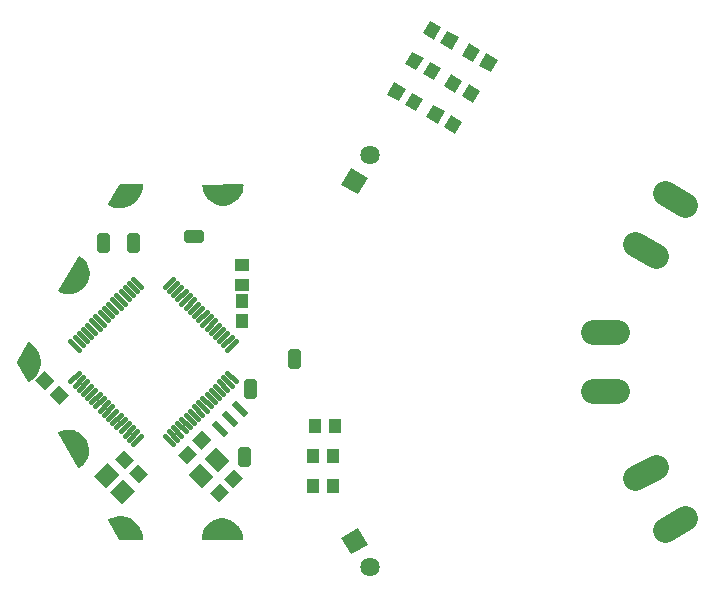
<source format=gbr>
G04 EAGLE Gerber RS-274X export*
G75*
%MOMM*%
%FSLAX34Y34*%
%LPD*%
%INSoldermask Bottom*%
%IPPOS*%
%AMOC8*
5,1,8,0,0,1.08239X$1,22.5*%
G01*
%ADD10R,1.201600X1.101600*%
%ADD11R,1.401600X1.601600*%
%ADD12R,1.501597X0.501600*%
%ADD13R,1.101600X1.201600*%
%ADD14C,0.605878*%
%ADD15C,0.401600*%
%ADD16C,2.082800*%
%ADD17R,1.631600X1.631600*%
%ADD18C,1.631600*%
%ADD19C,1.101600*%

G36*
X-351318Y131772D02*
X-351318Y131772D01*
X-351284Y131779D01*
X-351236Y131779D01*
X-348470Y132243D01*
X-348438Y132255D01*
X-348390Y132263D01*
X-345738Y133175D01*
X-345708Y133193D01*
X-345663Y133208D01*
X-343197Y134545D01*
X-343171Y134567D01*
X-343128Y134590D01*
X-340916Y136314D01*
X-340894Y136340D01*
X-340856Y136370D01*
X-338957Y138434D01*
X-338939Y138464D01*
X-338907Y138500D01*
X-337375Y140848D01*
X-337362Y140881D01*
X-337335Y140921D01*
X-336210Y143490D01*
X-336203Y143524D01*
X-336184Y143568D01*
X-335497Y146287D01*
X-335495Y146322D01*
X-335484Y146368D01*
X-335254Y149164D01*
X-335257Y149192D01*
X-335252Y149221D01*
X-335269Y149290D01*
X-335277Y149361D01*
X-335292Y149386D01*
X-335299Y149415D01*
X-335341Y149472D01*
X-335376Y149534D01*
X-335399Y149551D01*
X-335417Y149575D01*
X-335478Y149611D01*
X-335534Y149654D01*
X-335563Y149661D01*
X-335588Y149676D01*
X-335686Y149693D01*
X-335727Y149703D01*
X-335738Y149701D01*
X-335752Y149704D01*
X-369713Y149681D01*
X-369741Y149675D01*
X-369771Y149678D01*
X-369838Y149656D01*
X-369908Y149642D01*
X-369932Y149625D01*
X-369959Y149616D01*
X-370013Y149569D01*
X-370072Y149529D01*
X-370087Y149504D01*
X-370109Y149485D01*
X-370140Y149421D01*
X-370178Y149361D01*
X-370183Y149333D01*
X-370196Y149306D01*
X-370204Y149207D01*
X-370211Y149165D01*
X-370209Y149154D01*
X-370210Y149140D01*
X-369977Y146346D01*
X-369967Y146312D01*
X-369963Y146264D01*
X-369273Y143546D01*
X-369258Y143515D01*
X-369246Y143468D01*
X-368118Y140901D01*
X-368098Y140872D01*
X-368078Y140828D01*
X-366543Y138481D01*
X-366518Y138457D01*
X-366492Y138416D01*
X-364591Y136354D01*
X-364563Y136334D01*
X-364531Y136298D01*
X-362316Y134577D01*
X-362285Y134562D01*
X-362247Y134532D01*
X-359780Y133199D01*
X-359747Y133189D01*
X-359704Y133166D01*
X-357051Y132257D01*
X-357017Y132253D01*
X-356971Y132237D01*
X-354205Y131777D01*
X-354170Y131778D01*
X-354123Y131770D01*
X-351318Y131772D01*
G37*
G36*
X-475056Y-90465D02*
X-475056Y-90465D01*
X-474985Y-90468D01*
X-474957Y-90458D01*
X-474928Y-90456D01*
X-474838Y-90414D01*
X-474798Y-90399D01*
X-474790Y-90391D01*
X-474778Y-90385D01*
X-472474Y-88786D01*
X-472450Y-88761D01*
X-472411Y-88733D01*
X-470402Y-86776D01*
X-470382Y-86747D01*
X-470348Y-86714D01*
X-468688Y-84453D01*
X-468674Y-84422D01*
X-468645Y-84383D01*
X-467380Y-81880D01*
X-467371Y-81846D01*
X-467349Y-81803D01*
X-466514Y-79126D01*
X-466510Y-79092D01*
X-466496Y-79046D01*
X-466113Y-76267D01*
X-466115Y-76233D01*
X-466108Y-76185D01*
X-466187Y-73382D01*
X-466195Y-73348D01*
X-466196Y-73300D01*
X-466736Y-70548D01*
X-466749Y-70516D01*
X-466758Y-70468D01*
X-467743Y-67843D01*
X-467759Y-67818D01*
X-467764Y-67798D01*
X-467771Y-67788D01*
X-467779Y-67768D01*
X-469182Y-65340D01*
X-469205Y-65314D01*
X-469229Y-65273D01*
X-471014Y-63109D01*
X-471041Y-63087D01*
X-471071Y-63050D01*
X-473187Y-61209D01*
X-473218Y-61192D01*
X-473254Y-61161D01*
X-475644Y-59693D01*
X-475677Y-59682D01*
X-475718Y-59656D01*
X-478317Y-58603D01*
X-478351Y-58596D01*
X-478395Y-58578D01*
X-481132Y-57967D01*
X-481167Y-57966D01*
X-481214Y-57955D01*
X-484014Y-57803D01*
X-484049Y-57808D01*
X-484097Y-57805D01*
X-486884Y-58115D01*
X-486917Y-58126D01*
X-486965Y-58131D01*
X-489663Y-58896D01*
X-489694Y-58912D01*
X-489740Y-58925D01*
X-492276Y-60124D01*
X-492299Y-60141D01*
X-492327Y-60151D01*
X-492378Y-60200D01*
X-492435Y-60243D01*
X-492450Y-60268D01*
X-492471Y-60288D01*
X-492499Y-60353D01*
X-492535Y-60415D01*
X-492539Y-60443D01*
X-492551Y-60470D01*
X-492551Y-60541D01*
X-492560Y-60612D01*
X-492553Y-60640D01*
X-492553Y-60669D01*
X-492518Y-60762D01*
X-492507Y-60803D01*
X-492500Y-60812D01*
X-492495Y-60825D01*
X-475495Y-90225D01*
X-475475Y-90247D01*
X-475463Y-90273D01*
X-475410Y-90321D01*
X-475363Y-90374D01*
X-475337Y-90386D01*
X-475315Y-90406D01*
X-475247Y-90429D01*
X-475183Y-90459D01*
X-475154Y-90461D01*
X-475127Y-90470D01*
X-475056Y-90465D01*
G37*
G36*
X-480814Y56905D02*
X-480814Y56905D01*
X-480781Y56914D01*
X-480732Y56917D01*
X-477995Y57528D01*
X-477964Y57542D01*
X-477917Y57553D01*
X-475318Y58606D01*
X-475289Y58625D01*
X-475244Y58643D01*
X-472854Y60111D01*
X-472828Y60134D01*
X-472787Y60159D01*
X-470671Y62000D01*
X-470650Y62027D01*
X-470614Y62059D01*
X-468829Y64223D01*
X-468813Y64253D01*
X-468782Y64290D01*
X-467379Y66718D01*
X-467368Y66751D01*
X-467343Y66793D01*
X-466358Y69418D01*
X-466353Y69453D01*
X-466336Y69498D01*
X-465796Y72250D01*
X-465797Y72285D01*
X-465787Y72332D01*
X-465708Y75135D01*
X-465714Y75169D01*
X-465713Y75217D01*
X-466096Y77996D01*
X-466107Y78028D01*
X-466114Y78076D01*
X-466949Y80753D01*
X-466966Y80784D01*
X-466980Y80830D01*
X-468245Y83333D01*
X-468266Y83360D01*
X-468288Y83403D01*
X-469948Y85664D01*
X-469973Y85687D01*
X-470002Y85726D01*
X-472011Y87683D01*
X-472040Y87702D01*
X-472074Y87736D01*
X-474378Y89335D01*
X-474405Y89347D01*
X-474427Y89365D01*
X-474495Y89386D01*
X-474560Y89414D01*
X-474590Y89414D01*
X-474618Y89422D01*
X-474688Y89414D01*
X-474759Y89415D01*
X-474786Y89404D01*
X-474815Y89400D01*
X-474877Y89366D01*
X-474943Y89338D01*
X-474963Y89317D01*
X-474989Y89303D01*
X-475052Y89227D01*
X-475082Y89196D01*
X-475086Y89186D01*
X-475095Y89175D01*
X-492095Y59775D01*
X-492104Y59747D01*
X-492121Y59723D01*
X-492135Y59654D01*
X-492158Y59586D01*
X-492156Y59557D01*
X-492162Y59529D01*
X-492148Y59459D01*
X-492143Y59388D01*
X-492129Y59362D01*
X-492124Y59334D01*
X-492084Y59275D01*
X-492051Y59212D01*
X-492029Y59193D01*
X-492012Y59169D01*
X-491931Y59112D01*
X-491898Y59085D01*
X-491887Y59082D01*
X-491876Y59074D01*
X-489340Y57875D01*
X-489307Y57867D01*
X-489263Y57846D01*
X-486565Y57081D01*
X-486531Y57079D01*
X-486484Y57065D01*
X-483697Y56755D01*
X-483662Y56758D01*
X-483614Y56753D01*
X-480814Y56905D01*
G37*
G36*
X-336428Y-150979D02*
X-336428Y-150979D01*
X-336400Y-150973D01*
X-336371Y-150975D01*
X-336303Y-150953D01*
X-336234Y-150939D01*
X-336209Y-150923D01*
X-336182Y-150914D01*
X-336128Y-150867D01*
X-336070Y-150827D01*
X-336054Y-150802D01*
X-336032Y-150783D01*
X-336001Y-150719D01*
X-335963Y-150659D01*
X-335958Y-150630D01*
X-335945Y-150604D01*
X-335937Y-150505D01*
X-335930Y-150463D01*
X-335932Y-150452D01*
X-335931Y-150438D01*
X-336165Y-147643D01*
X-336174Y-147610D01*
X-336178Y-147562D01*
X-336868Y-144844D01*
X-336884Y-144812D01*
X-336895Y-144766D01*
X-338024Y-142198D01*
X-338044Y-142170D01*
X-338063Y-142126D01*
X-339598Y-139779D01*
X-339623Y-139754D01*
X-339649Y-139714D01*
X-341550Y-137652D01*
X-341578Y-137632D01*
X-341611Y-137596D01*
X-343825Y-135875D01*
X-343856Y-135860D01*
X-343894Y-135830D01*
X-346361Y-134497D01*
X-346394Y-134487D01*
X-346437Y-134464D01*
X-349090Y-133555D01*
X-349101Y-133553D01*
X-349130Y-133549D01*
X-349170Y-133535D01*
X-351936Y-133075D01*
X-351971Y-133076D01*
X-352019Y-133068D01*
X-354823Y-133070D01*
X-354857Y-133077D01*
X-354905Y-133077D01*
X-357671Y-133540D01*
X-357703Y-133553D01*
X-357751Y-133561D01*
X-360403Y-134473D01*
X-360433Y-134491D01*
X-360478Y-134506D01*
X-362944Y-135843D01*
X-362971Y-135865D01*
X-363013Y-135888D01*
X-365225Y-137612D01*
X-365248Y-137638D01*
X-365286Y-137668D01*
X-367184Y-139732D01*
X-367202Y-139762D01*
X-367234Y-139797D01*
X-368767Y-142146D01*
X-368779Y-142178D01*
X-368806Y-142219D01*
X-369931Y-144788D01*
X-369938Y-144819D01*
X-369945Y-144831D01*
X-369947Y-144841D01*
X-369957Y-144866D01*
X-370644Y-147585D01*
X-370646Y-147619D01*
X-370658Y-147666D01*
X-370887Y-150461D01*
X-370884Y-150490D01*
X-370889Y-150519D01*
X-370872Y-150588D01*
X-370864Y-150659D01*
X-370849Y-150684D01*
X-370843Y-150712D01*
X-370800Y-150769D01*
X-370765Y-150831D01*
X-370742Y-150849D01*
X-370725Y-150872D01*
X-370664Y-150909D01*
X-370607Y-150952D01*
X-370579Y-150959D01*
X-370554Y-150974D01*
X-370456Y-150990D01*
X-370414Y-151001D01*
X-370403Y-150999D01*
X-370389Y-151001D01*
X-336428Y-150979D01*
G37*
G36*
X-437733Y129862D02*
X-437733Y129862D01*
X-437701Y129871D01*
X-437654Y129872D01*
X-434649Y130485D01*
X-434618Y130499D01*
X-434572Y130508D01*
X-431705Y131595D01*
X-431677Y131613D01*
X-431633Y131630D01*
X-428977Y133163D01*
X-428952Y133185D01*
X-428911Y133208D01*
X-426536Y135147D01*
X-426515Y135174D01*
X-426478Y135203D01*
X-424445Y137498D01*
X-424428Y137527D01*
X-424397Y137562D01*
X-422758Y140154D01*
X-422746Y140186D01*
X-422721Y140225D01*
X-421519Y143046D01*
X-421512Y143079D01*
X-421493Y143122D01*
X-420760Y146099D01*
X-420758Y146133D01*
X-420747Y146179D01*
X-420500Y149235D01*
X-420503Y149263D01*
X-420499Y149292D01*
X-420515Y149361D01*
X-420524Y149432D01*
X-420538Y149457D01*
X-420545Y149485D01*
X-420587Y149543D01*
X-420623Y149605D01*
X-420646Y149622D01*
X-420663Y149645D01*
X-420724Y149682D01*
X-420781Y149725D01*
X-420809Y149732D01*
X-420834Y149747D01*
X-420933Y149763D01*
X-420974Y149774D01*
X-420985Y149772D01*
X-420998Y149774D01*
X-440038Y149751D01*
X-440113Y149736D01*
X-440189Y149728D01*
X-440210Y149716D01*
X-440232Y149712D01*
X-440296Y149668D01*
X-440363Y149630D01*
X-440379Y149610D01*
X-440396Y149599D01*
X-440420Y149561D01*
X-440469Y149502D01*
X-450008Y133025D01*
X-450018Y132998D01*
X-450034Y132974D01*
X-450049Y132904D01*
X-450072Y132837D01*
X-450070Y132808D01*
X-450076Y132779D01*
X-450062Y132709D01*
X-450057Y132638D01*
X-450043Y132613D01*
X-450038Y132584D01*
X-449998Y132525D01*
X-449965Y132462D01*
X-449943Y132443D01*
X-449927Y132419D01*
X-449845Y132362D01*
X-449812Y132335D01*
X-449802Y132332D01*
X-449790Y132324D01*
X-447020Y131009D01*
X-446987Y131001D01*
X-446945Y130981D01*
X-444000Y130128D01*
X-443966Y130125D01*
X-443921Y130112D01*
X-440877Y129742D01*
X-440844Y129745D01*
X-440797Y129739D01*
X-437733Y129862D01*
G37*
G36*
X-421101Y-151180D02*
X-421101Y-151180D01*
X-421072Y-151183D01*
X-421005Y-151161D01*
X-420935Y-151146D01*
X-420911Y-151130D01*
X-420883Y-151121D01*
X-420830Y-151074D01*
X-420771Y-151034D01*
X-420755Y-151010D01*
X-420733Y-150991D01*
X-420702Y-150927D01*
X-420663Y-150867D01*
X-420659Y-150838D01*
X-420646Y-150812D01*
X-420637Y-150713D01*
X-420630Y-150671D01*
X-420633Y-150660D01*
X-420631Y-150646D01*
X-420878Y-147590D01*
X-420888Y-147558D01*
X-420891Y-147511D01*
X-421625Y-144534D01*
X-421639Y-144503D01*
X-421650Y-144458D01*
X-422852Y-141637D01*
X-422871Y-141609D01*
X-422889Y-141566D01*
X-424528Y-138974D01*
X-424552Y-138949D01*
X-424577Y-138910D01*
X-426610Y-136615D01*
X-426637Y-136594D01*
X-426668Y-136559D01*
X-429043Y-134620D01*
X-429073Y-134604D01*
X-429109Y-134574D01*
X-431764Y-133041D01*
X-431797Y-133030D01*
X-431837Y-133007D01*
X-434704Y-131919D01*
X-434737Y-131914D01*
X-434781Y-131897D01*
X-437785Y-131284D01*
X-437819Y-131284D01*
X-437865Y-131274D01*
X-440929Y-131151D01*
X-440962Y-131156D01*
X-441009Y-131154D01*
X-444053Y-131523D01*
X-444085Y-131534D01*
X-444132Y-131539D01*
X-447077Y-132393D01*
X-447107Y-132408D01*
X-447152Y-132421D01*
X-449922Y-133735D01*
X-449945Y-133753D01*
X-449972Y-133763D01*
X-450024Y-133812D01*
X-450081Y-133855D01*
X-450096Y-133880D01*
X-450117Y-133900D01*
X-450145Y-133965D01*
X-450181Y-134027D01*
X-450185Y-134056D01*
X-450196Y-134082D01*
X-450197Y-134153D01*
X-450206Y-134224D01*
X-450198Y-134252D01*
X-450198Y-134281D01*
X-450163Y-134375D01*
X-450152Y-134415D01*
X-450145Y-134424D01*
X-450140Y-134437D01*
X-440601Y-150914D01*
X-440549Y-150972D01*
X-440504Y-151033D01*
X-440484Y-151045D01*
X-440469Y-151063D01*
X-440399Y-151096D01*
X-440333Y-151135D01*
X-440308Y-151139D01*
X-440289Y-151148D01*
X-440245Y-151150D01*
X-440169Y-151163D01*
X-421130Y-151186D01*
X-421101Y-151180D01*
G37*
G36*
X-517157Y-17765D02*
X-517157Y-17765D01*
X-517086Y-17768D01*
X-517059Y-17758D01*
X-517030Y-17756D01*
X-516939Y-17714D01*
X-516899Y-17699D01*
X-516891Y-17692D01*
X-516879Y-17686D01*
X-514355Y-15944D01*
X-514332Y-15920D01*
X-514293Y-15893D01*
X-512082Y-13769D01*
X-512063Y-13741D01*
X-512029Y-13709D01*
X-510187Y-11258D01*
X-510172Y-11227D01*
X-510144Y-11190D01*
X-508719Y-8475D01*
X-508709Y-8442D01*
X-508687Y-8401D01*
X-507716Y-5493D01*
X-507712Y-5459D01*
X-507697Y-5415D01*
X-507205Y-2388D01*
X-507207Y-2354D01*
X-507199Y-2308D01*
X-507199Y758D01*
X-507206Y791D01*
X-507205Y838D01*
X-507697Y3865D01*
X-507709Y3896D01*
X-507716Y3943D01*
X-508687Y6851D01*
X-508701Y6874D01*
X-508707Y6899D01*
X-508713Y6908D01*
X-508719Y6925D01*
X-510144Y9640D01*
X-510165Y9666D01*
X-510187Y9708D01*
X-512029Y12159D01*
X-512054Y12182D01*
X-512082Y12219D01*
X-514293Y14343D01*
X-514322Y14361D01*
X-514355Y14394D01*
X-516879Y16136D01*
X-516906Y16147D01*
X-516928Y16166D01*
X-516996Y16186D01*
X-517062Y16214D01*
X-517091Y16214D01*
X-517118Y16222D01*
X-517190Y16214D01*
X-517261Y16215D01*
X-517287Y16203D01*
X-517316Y16200D01*
X-517378Y16165D01*
X-517444Y16137D01*
X-517464Y16117D01*
X-517489Y16102D01*
X-517553Y16025D01*
X-517583Y15995D01*
X-517587Y15985D01*
X-517595Y15974D01*
X-527095Y-526D01*
X-527119Y-599D01*
X-527150Y-669D01*
X-527151Y-693D01*
X-527158Y-715D01*
X-527152Y-791D01*
X-527153Y-868D01*
X-527144Y-892D01*
X-527142Y-913D01*
X-527122Y-952D01*
X-527102Y-1004D01*
X-527101Y-1010D01*
X-527100Y-1012D01*
X-527095Y-1024D01*
X-517595Y-17524D01*
X-517576Y-17546D01*
X-517564Y-17572D01*
X-517511Y-17620D01*
X-517464Y-17673D01*
X-517438Y-17686D01*
X-517416Y-17705D01*
X-517349Y-17728D01*
X-517284Y-17759D01*
X-517255Y-17761D01*
X-517228Y-17770D01*
X-517157Y-17765D01*
G37*
D10*
G36*
X-352151Y-99387D02*
X-343655Y-90891D01*
X-335865Y-98681D01*
X-344361Y-107177D01*
X-352151Y-99387D01*
G37*
G36*
X-364172Y-111408D02*
X-355676Y-102912D01*
X-347886Y-110702D01*
X-356382Y-119198D01*
X-364172Y-111408D01*
G37*
D11*
G36*
X-360526Y-97642D02*
X-370436Y-107552D01*
X-381760Y-96228D01*
X-371850Y-86318D01*
X-360526Y-97642D01*
G37*
G36*
X-347091Y-84207D02*
X-357001Y-94117D01*
X-368325Y-82793D01*
X-358415Y-72883D01*
X-347091Y-84207D01*
G37*
D12*
G36*
X-341686Y-33084D02*
X-331069Y-43701D01*
X-334616Y-47248D01*
X-345233Y-36631D01*
X-341686Y-33084D01*
G37*
G36*
X-350171Y-41569D02*
X-339554Y-52186D01*
X-343101Y-55733D01*
X-353718Y-45116D01*
X-350171Y-41569D01*
G37*
G36*
X-358657Y-50054D02*
X-348040Y-60671D01*
X-351587Y-64218D01*
X-362204Y-53601D01*
X-358657Y-50054D01*
G37*
D10*
X-336550Y64522D03*
X-336550Y81522D03*
D11*
G36*
X-451930Y-107395D02*
X-461840Y-97485D01*
X-450516Y-86161D01*
X-440606Y-96071D01*
X-451930Y-107395D01*
G37*
G36*
X-438495Y-120830D02*
X-448405Y-110920D01*
X-437081Y-99596D01*
X-427171Y-109506D01*
X-438495Y-120830D01*
G37*
D10*
G36*
X-374774Y-78306D02*
X-383270Y-86802D01*
X-391060Y-79012D01*
X-382564Y-70516D01*
X-374774Y-78306D01*
G37*
G36*
X-362753Y-66285D02*
X-371249Y-74781D01*
X-379039Y-66991D01*
X-370543Y-58495D01*
X-362753Y-66285D01*
G37*
G36*
X-435853Y-91332D02*
X-444349Y-82836D01*
X-436559Y-75046D01*
X-428063Y-83542D01*
X-435853Y-91332D01*
G37*
G36*
X-423832Y-103353D02*
X-432328Y-94857D01*
X-424538Y-87067D01*
X-416042Y-95563D01*
X-423832Y-103353D01*
G37*
G36*
X-503123Y-24665D02*
X-511619Y-16169D01*
X-503829Y-8379D01*
X-495333Y-16875D01*
X-503123Y-24665D01*
G37*
G36*
X-491102Y-36686D02*
X-499598Y-28190D01*
X-491808Y-20400D01*
X-483312Y-28896D01*
X-491102Y-36686D01*
G37*
D13*
X-336669Y34283D03*
X-336669Y51283D03*
D14*
X-456504Y94883D02*
X-456504Y105841D01*
X-451546Y105841D01*
X-451546Y94883D01*
X-456504Y94883D01*
X-456504Y100639D02*
X-451546Y100639D01*
X-426146Y105841D02*
X-426146Y94883D01*
X-431104Y94883D01*
X-431104Y105841D01*
X-426146Y105841D01*
X-426146Y100639D02*
X-431104Y100639D01*
X-382860Y103884D02*
X-371902Y103884D01*
X-382860Y103884D02*
X-382860Y108842D01*
X-371902Y108842D01*
X-371902Y103884D01*
X-337645Y-75072D02*
X-337645Y-86030D01*
X-337645Y-75072D02*
X-332687Y-75072D01*
X-332687Y-86030D01*
X-337645Y-86030D01*
X-337645Y-80274D02*
X-332687Y-80274D01*
D15*
X-349023Y9900D02*
X-341953Y16970D01*
X-345489Y20506D02*
X-352559Y13436D01*
X-356094Y16971D02*
X-349024Y24041D01*
X-352560Y27577D02*
X-359630Y20507D01*
X-363165Y24042D02*
X-356095Y31112D01*
X-359631Y34648D02*
X-366701Y27578D01*
X-370236Y31113D02*
X-363166Y38183D01*
X-366702Y41719D02*
X-373772Y34649D01*
X-377308Y38184D02*
X-370238Y45254D01*
X-373773Y48790D02*
X-380843Y41720D01*
X-384379Y45255D02*
X-377309Y52325D01*
X-380844Y55861D02*
X-387914Y48791D01*
X-391450Y52326D02*
X-384380Y59396D01*
X-387915Y62932D02*
X-394985Y55862D01*
X-398521Y59398D02*
X-391451Y66468D01*
X-394986Y70003D02*
X-402056Y62933D01*
X-421856Y62933D02*
X-428926Y70003D01*
X-432462Y66468D02*
X-425392Y59398D01*
X-428927Y55862D02*
X-435997Y62932D01*
X-439533Y59396D02*
X-432463Y52326D01*
X-435998Y48791D02*
X-443068Y55861D01*
X-446604Y52325D02*
X-439534Y45255D01*
X-443070Y41720D02*
X-450140Y48790D01*
X-453675Y45254D02*
X-446605Y38184D01*
X-450141Y34649D02*
X-457211Y41719D01*
X-460746Y38183D02*
X-453676Y31113D01*
X-457212Y27578D02*
X-464282Y34648D01*
X-467817Y31112D02*
X-460747Y24042D01*
X-464283Y20507D02*
X-471353Y27577D01*
X-474888Y24041D02*
X-467818Y16971D01*
X-471354Y13436D02*
X-478424Y20506D01*
X-481959Y16970D02*
X-474889Y9900D01*
X-474889Y-9900D02*
X-481959Y-16970D01*
X-478424Y-20506D02*
X-471354Y-13436D01*
X-467818Y-16971D02*
X-474888Y-24041D01*
X-471353Y-27577D02*
X-464283Y-20507D01*
X-460747Y-24042D02*
X-467817Y-31112D01*
X-464282Y-34648D02*
X-457212Y-27578D01*
X-453676Y-31113D02*
X-460746Y-38183D01*
X-457211Y-41719D02*
X-450141Y-34649D01*
X-446605Y-38184D02*
X-453675Y-45254D01*
X-450140Y-48790D02*
X-443070Y-41720D01*
X-439534Y-45255D02*
X-446604Y-52325D01*
X-443068Y-55861D02*
X-435998Y-48791D01*
X-432463Y-52326D02*
X-439533Y-59396D01*
X-435997Y-62932D02*
X-428927Y-55862D01*
X-425392Y-59398D02*
X-432462Y-66468D01*
X-428926Y-70003D02*
X-421856Y-62933D01*
X-402056Y-62933D02*
X-394986Y-70003D01*
X-391451Y-66468D02*
X-398521Y-59398D01*
X-394985Y-55862D02*
X-387915Y-62932D01*
X-384380Y-59396D02*
X-391450Y-52326D01*
X-387914Y-48791D02*
X-380844Y-55861D01*
X-377309Y-52325D02*
X-384379Y-45255D01*
X-380843Y-41720D02*
X-373773Y-48790D01*
X-370238Y-45254D02*
X-377308Y-38184D01*
X-373772Y-34649D02*
X-366702Y-41719D01*
X-363166Y-38183D02*
X-370236Y-31113D01*
X-366701Y-27578D02*
X-359631Y-34648D01*
X-356095Y-31112D02*
X-363165Y-24042D01*
X-359630Y-20507D02*
X-352560Y-27577D01*
X-349024Y-24041D02*
X-356094Y-16971D01*
X-352559Y-13436D02*
X-345489Y-20506D01*
X-341953Y-16970D02*
X-349023Y-9900D01*
D16*
X-39275Y-25146D02*
X-19463Y-25146D01*
X-19463Y25146D02*
X-39275Y25146D01*
X38614Y-132712D02*
X21457Y-142618D01*
X-3689Y-99063D02*
X13468Y-89157D01*
X13468Y89157D02*
X-3689Y99063D01*
X21457Y142618D02*
X38614Y132712D01*
D13*
X-259788Y-80169D03*
X-276788Y-80169D03*
X-259788Y-105569D03*
X-276788Y-105569D03*
X-258200Y-54769D03*
X-275200Y-54769D03*
D17*
G36*
X-244286Y-163544D02*
X-252444Y-149414D01*
X-238314Y-141256D01*
X-230156Y-155386D01*
X-244286Y-163544D01*
G37*
D18*
X-228600Y-174397D03*
D13*
G36*
X-162729Y279820D02*
X-153189Y274312D01*
X-159197Y263906D01*
X-168737Y269414D01*
X-162729Y279820D01*
G37*
G36*
X-177452Y288320D02*
X-167912Y282812D01*
X-173920Y272406D01*
X-183460Y277914D01*
X-177452Y288320D01*
G37*
G36*
X-171087Y201113D02*
X-180627Y206621D01*
X-174619Y217027D01*
X-165079Y211519D01*
X-171087Y201113D01*
G37*
G36*
X-156364Y192613D02*
X-165904Y198121D01*
X-159896Y208527D01*
X-150356Y203019D01*
X-156364Y192613D01*
G37*
G36*
X-177810Y253699D02*
X-168270Y248191D01*
X-174278Y237785D01*
X-183818Y243293D01*
X-177810Y253699D01*
G37*
G36*
X-192533Y262199D02*
X-182993Y256691D01*
X-189001Y246285D01*
X-198541Y251793D01*
X-192533Y262199D01*
G37*
G36*
X-192892Y227577D02*
X-183352Y222069D01*
X-189360Y211663D01*
X-198900Y217171D01*
X-192892Y227577D01*
G37*
G36*
X-207614Y236077D02*
X-198074Y230569D01*
X-204082Y220163D01*
X-213622Y225671D01*
X-207614Y236077D01*
G37*
G36*
X-140924Y253356D02*
X-150464Y258864D01*
X-144456Y269270D01*
X-134916Y263762D01*
X-140924Y253356D01*
G37*
G36*
X-126202Y244856D02*
X-135742Y250364D01*
X-129734Y260770D01*
X-120194Y255262D01*
X-126202Y244856D01*
G37*
G36*
X-156005Y227235D02*
X-165545Y232743D01*
X-159537Y243149D01*
X-149997Y237641D01*
X-156005Y227235D01*
G37*
G36*
X-141283Y218735D02*
X-150823Y224243D01*
X-144815Y234649D01*
X-135275Y229141D01*
X-141283Y218735D01*
G37*
D17*
G36*
X-230156Y155386D02*
X-238314Y141256D01*
X-252444Y149414D01*
X-244286Y163544D01*
X-230156Y155386D01*
G37*
D18*
X-228600Y174397D03*
D19*
X-518663Y-775D03*
X-436037Y142324D03*
X-477563Y-71775D03*
X-477163Y70725D03*
X-352701Y142247D03*
X-436169Y-143736D03*
X-353440Y-143545D03*
D14*
X-332679Y-28498D02*
X-332679Y-17540D01*
X-327721Y-17540D01*
X-327721Y-28498D01*
X-332679Y-28498D01*
X-332679Y-22742D02*
X-327721Y-22742D01*
X-295373Y-3098D02*
X-295373Y7860D01*
X-290415Y7860D01*
X-290415Y-3098D01*
X-295373Y-3098D01*
X-295373Y2658D02*
X-290415Y2658D01*
M02*

</source>
